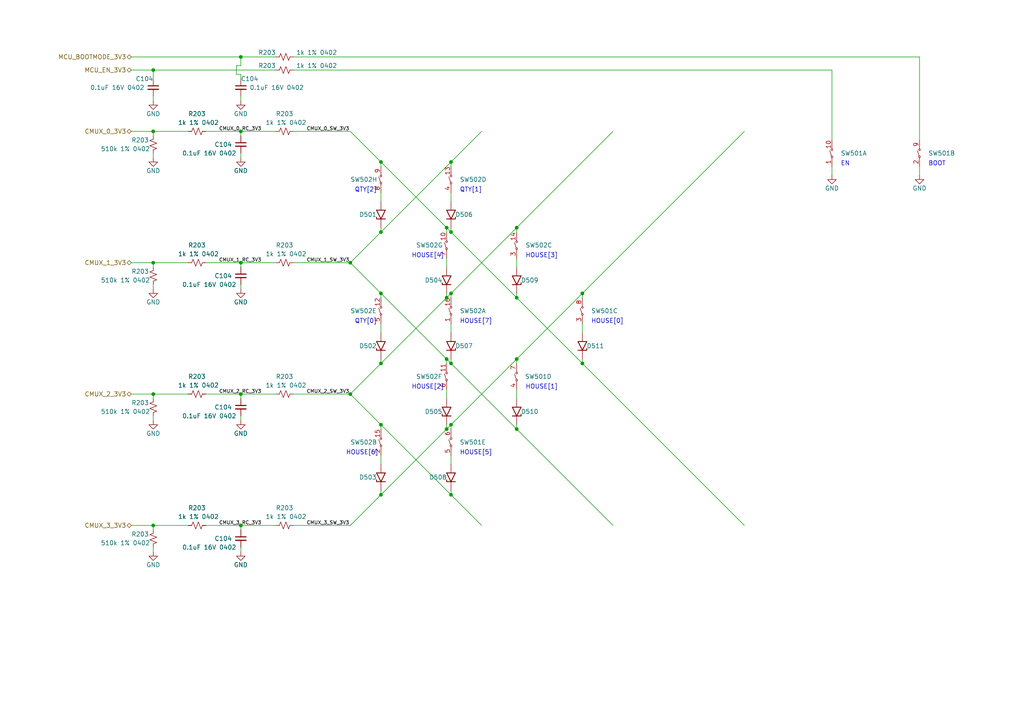
<source format=kicad_sch>
(kicad_sch (version 20230121) (generator eeschema)
  (paper "A4")
  (lib_symbols
    (symbol "Device:C_Small" (pin_numbers hide) (pin_names (offset 0.254) hide)
      (property "Reference" "C" (at 0.254 1.778 0))
      (property "Value" "C_Small" (at 0.254 -2.032 0))
      (symbol "C_Small_0_1"
        (polyline (pts (xy -1.524 -0.508) (xy 1.524 -0.508)) (stroke (width 0.3302)))
        (polyline (pts (xy -1.524 0.508) (xy 1.524 0.508)) (stroke (width 0.3048)))
      )
      (symbol "C_Small_1_1"
        (pin passive line (at 0 2.54 270) (length 2.032) (name "~") (number "1"))
        (pin passive line (at 0 -2.54 90) (length 2.032) (name "~") (number "2"))
      )
    )
    (symbol "Device:R_Small_US" (pin_numbers hide) (pin_names (offset 0.254) hide)
      (property "Reference" "R" (at 0.762 0.508 0))
      (property "Value" "R_Small_US" (at 0.762 -1.016 0))
      (symbol "R_Small_US_1_1"
        (polyline (pts (xy 0 0) (xy 1.016 -0.381) (xy 0 -0.762) (xy -1.016 -1.143) (xy 0 -1.524)))
        (polyline (pts (xy 0 1.524) (xy 1.016 1.143) (xy 0 0.762) (xy -1.016 0.381) (xy 0 0)))
        (pin passive line (at 0 2.54 270) (length 1.016) (name "~") (number "1"))
        (pin passive line (at 0 -2.54 90) (length 1.016) (name "~") (number "2"))
      )
    )
    (symbol "RK_Diodes:350mA 28V SOD-323" (pin_numbers hide) (pin_names (offset 1.016) hide)
      (property "Reference" "D" (at 0 2.54 0))
      (property "Value" "350mA 28V" (at 0 -2.54 0))
      (symbol "350mA 28V SOD-323_0_1"
        (polyline (pts (xy -0.762 1.27) (xy -1.27 1.27) (xy -1.27 -1.27)) (stroke (width 0.254)))
        (polyline (pts (xy 1.27 1.27) (xy 1.27 -1.27) (xy -1.27 0) (xy 1.27 1.27)) (stroke (width 0.254)))
      )
      (symbol "350mA 28V SOD-323_1_1"
        (pin passive line (at -3.81 0 0) (length 2.54) (name "A1") (number "1"))
        (pin passive line (at 3.81 0 180) (length 2.54) (name "A2") (number "2"))
      )
    )
    (symbol "RK_Switches:SW_DIP_x05_alt" (pin_names (offset 0) hide)
      (property "Reference" "SW" (at 0 3.556 0))
      (property "Value" "SW_DIP_x05_alt" (at 0 -3.556 0))
      (symbol "SW_DIP_x05_alt_0_0"
        (circle (center -1.016 0) (radius 0.254))
        (polyline (pts (xy -0.762 0.127) (xy 0.762 0.635)))
        (circle (center 1.016 0) (radius 0.254))
      )
      (symbol "SW_DIP_x05_alt_1_1"
        (pin passive line (at -3.81 0 0) (length 2.54) (name "~") (number "1"))
        (pin passive line (at 3.81 0 180) (length 2.54) (name "~") (number "10"))
      )
      (symbol "SW_DIP_x05_alt_2_1"
        (pin passive line (at -3.81 0 0) (length 2.54) (name "~") (number "2"))
        (pin passive line (at 3.81 0 180) (length 2.54) (name "~") (number "9"))
      )
      (symbol "SW_DIP_x05_alt_3_1"
        (pin passive line (at -3.81 0 0) (length 2.54) (name "~") (number "3"))
        (pin passive line (at 3.81 0 180) (length 2.54) (name "~") (number "8"))
      )
      (symbol "SW_DIP_x05_alt_4_1"
        (pin passive line (at -3.81 0 0) (length 2.54) (name "~") (number "4"))
        (pin passive line (at 3.81 0 180) (length 2.54) (name "~") (number "7"))
      )
      (symbol "SW_DIP_x05_alt_5_1"
        (pin passive line (at -3.81 0 0) (length 2.54) (name "~") (number "5"))
        (pin passive line (at 3.81 0 180) (length 2.54) (name "~") (number "6"))
      )
    )
    (symbol "RK_Switches:SW_DIP_x08_alt" (pin_names (offset 0) hide)
      (property "Reference" "SW" (at 0 2.54 0))
      (property "Value" "SW_DIP_x08" (at 0 -3.302 0))
      (symbol "SW_DIP_x08_alt_0_0"
        (circle (center -1.016 0) (radius 0.254))
        (polyline (pts (xy -0.762 0.127) (xy 0.762 0.635)))
        (circle (center 1.016 0) (radius 0.254))
      )
      (symbol "SW_DIP_x08_alt_1_1"
        (pin passive line (at -3.81 0 0) (length 2.54) (name "~") (number "1"))
        (pin passive line (at 3.81 0 180) (length 2.54) (name "~") (number "16"))
      )
      (symbol "SW_DIP_x08_alt_2_1"
        (pin passive line (at 3.81 0 180) (length 2.54) (name "~") (number "15"))
        (pin passive line (at -3.81 0 0) (length 2.54) (name "~") (number "2"))
      )
      (symbol "SW_DIP_x08_alt_3_1"
        (pin passive line (at 3.81 0 180) (length 2.54) (name "~") (number "14"))
        (pin passive line (at -3.81 0 0) (length 2.54) (name "~") (number "3"))
      )
      (symbol "SW_DIP_x08_alt_4_1"
        (pin passive line (at 3.81 0 180) (length 2.54) (name "~") (number "13"))
        (pin passive line (at -3.81 0 0) (length 2.54) (name "~") (number "4"))
      )
      (symbol "SW_DIP_x08_alt_5_1"
        (pin passive line (at 3.81 0 180) (length 2.54) (name "~") (number "12"))
        (pin passive line (at -3.81 0 0) (length 2.54) (name "~") (number "5"))
      )
      (symbol "SW_DIP_x08_alt_6_1"
        (pin passive line (at 3.81 0 180) (length 2.54) (name "~") (number "11"))
        (pin passive line (at -3.81 0 0) (length 2.54) (name "~") (number "6"))
      )
      (symbol "SW_DIP_x08_alt_7_1"
        (pin passive line (at 3.81 0 180) (length 2.54) (name "~") (number "10"))
        (pin passive line (at -3.81 0 0) (length 2.54) (name "~") (number "7"))
      )
      (symbol "SW_DIP_x08_alt_8_1"
        (pin passive line (at -3.81 0 0) (length 2.54) (name "~") (number "8"))
        (pin passive line (at 3.81 0 180) (length 2.54) (name "~") (number "9"))
      )
    )
    (symbol "power:GND" (power) (pin_names (offset 0))
      (property "Value" "GND" (at 0 -3.81 0))
      (symbol "GND_0_1"
        (polyline (pts (xy 0 0) (xy 0 -1.27) (xy 1.27 -1.27) (xy 0 -2.54) (xy -1.27 -1.27) (xy 0 -1.27)))
      )
      (symbol "GND_1_1"
        (pin power_in line (at 0 0 270) (length 0) hide (name "GND") (number "1"))
      )
    )
  )
  (junction (at 168.91 105.41))
  (junction (at 130.81 67.31))
  (junction (at 110.49 143.51))
  (junction (at 69.85 16.51))
  (junction (at 69.85 114.3))
  (junction (at 69.85 38.1))
  (junction (at 168.91 85.09))
  (junction (at 110.49 105.41))
  (junction (at 110.49 85.09))
  (junction (at 110.49 67.31))
  (junction (at 130.81 105.41))
  (junction (at 110.49 46.99))
  (junction (at 130.81 123.19))
  (junction (at 44.45 76.2))
  (junction (at 44.45 114.3))
  (junction (at 130.81 85.09))
  (junction (at 129.54 66.04))
  (junction (at 130.81 143.51))
  (junction (at 149.86 66.04))
  (junction (at 110.49 123.19))
  (junction (at 101.6 76.2))
  (junction (at 44.45 38.1))
  (junction (at 149.86 124.46))
  (junction (at 129.54 104.14))
  (junction (at 130.81 46.99))
  (junction (at 44.45 20.32))
  (junction (at 149.86 86.36))
  (junction (at 44.45 152.4))
  (junction (at 69.85 76.2))
  (junction (at 69.85 152.4))
  (junction (at 101.6 114.3))
  (junction (at 129.54 124.46))
  (junction (at 129.54 86.36))
  (junction (at 149.86 104.14))
  (wire (pts (xy 68.58 19.05) (xy 68.58 21.59)))
  (wire (pts (xy 130.81 85.09) (xy 149.86 66.04)))
  (wire (pts (xy 69.85 44.45) (xy 69.85 45.72)))
  (wire (pts (xy 85.09 38.1) (xy 101.6 38.1)))
  (wire (pts (xy 69.85 21.59) (xy 69.85 22.86)))
  (wire (pts (xy 69.85 120.65) (xy 69.85 121.92)))
  (wire (pts (xy 110.49 55.88) (xy 110.49 58.42)))
  (wire (pts (xy 101.6 76.2) (xy 110.49 85.09)))
  (wire (pts (xy 130.81 67.31) (xy 149.86 86.36)))
  (wire (pts (xy 69.85 27.94) (xy 69.85 29.21)))
  (wire (pts (xy 44.45 82.55) (xy 44.45 83.82)))
  (wire (pts (xy 130.81 142.24) (xy 130.81 143.51)))
  (wire (pts (xy 129.54 124.46) (xy 130.81 123.19)))
  (wire (pts (xy 110.49 105.41) (xy 129.54 86.36)))
  (wire (pts (xy 44.45 76.2) (xy 44.45 77.47)))
  (wire (pts (xy 69.85 82.55) (xy 69.85 83.82)))
  (wire (pts (xy 38.1 114.3) (xy 44.45 114.3)))
  (wire (pts (xy 38.1 16.51) (xy 69.85 16.51)))
  (wire (pts (xy 130.81 123.19) (xy 149.86 104.14)))
  (wire (pts (xy 130.81 46.99) (xy 130.81 48.26)))
  (wire (pts (xy 110.49 85.09) (xy 110.49 86.36)))
  (wire (pts (xy 59.69 152.4) (xy 69.85 152.4)))
  (wire (pts (xy 101.6 152.4) (xy 110.49 143.51)))
  (wire (pts (xy 110.49 123.19) (xy 130.81 143.51)))
  (wire (pts (xy 149.86 66.04) (xy 149.86 67.31)))
  (wire (pts (xy 68.58 21.59) (xy 69.85 21.59)))
  (wire (pts (xy 85.09 152.4) (xy 101.6 152.4)))
  (wire (pts (xy 38.1 76.2) (xy 44.45 76.2)))
  (wire (pts (xy 69.85 152.4) (xy 69.85 153.67)))
  (wire (pts (xy 44.45 38.1) (xy 44.45 39.37)))
  (wire (pts (xy 69.85 16.51) (xy 80.01 16.51)))
  (wire (pts (xy 110.49 123.19) (xy 110.49 124.46)))
  (wire (pts (xy 101.6 114.3) (xy 110.49 123.19)))
  (wire (pts (xy 130.81 85.09) (xy 130.81 86.36)))
  (wire (pts (xy 85.09 16.51) (xy 266.7 16.51)))
  (wire (pts (xy 85.09 76.2) (xy 101.6 76.2)))
  (wire (pts (xy 110.49 67.31) (xy 130.81 46.99)))
  (wire (pts (xy 168.91 105.41) (xy 215.9 152.4)))
  (wire (pts (xy 110.49 142.24) (xy 110.49 143.51)))
  (wire (pts (xy 44.45 20.32) (xy 80.01 20.32)))
  (wire (pts (xy 69.85 152.4) (xy 80.01 152.4)))
  (wire (pts (xy 44.45 158.75) (xy 44.45 160.02)))
  (wire (pts (xy 149.86 104.14) (xy 149.86 105.41)))
  (wire (pts (xy 130.81 105.41) (xy 149.86 124.46)))
  (wire (pts (xy 110.49 104.14) (xy 110.49 105.41)))
  (wire (pts (xy 130.81 66.04) (xy 130.81 67.31)))
  (wire (pts (xy 101.6 76.2) (xy 110.49 67.31)))
  (wire (pts (xy 44.45 27.94) (xy 44.45 29.21)))
  (wire (pts (xy 130.81 93.98) (xy 130.81 96.52)))
  (wire (pts (xy 101.6 114.3) (xy 110.49 105.41)))
  (wire (pts (xy 129.54 104.14) (xy 129.54 105.41)))
  (wire (pts (xy 129.54 74.93) (xy 129.54 77.47)))
  (wire (pts (xy 59.69 114.3) (xy 69.85 114.3)))
  (wire (pts (xy 110.49 143.51) (xy 129.54 124.46)))
  (wire (pts (xy 266.7 16.51) (xy 266.7 40.64)))
  (wire (pts (xy 110.49 66.04) (xy 110.49 67.31)))
  (wire (pts (xy 129.54 104.14) (xy 130.81 105.41)))
  (wire (pts (xy 110.49 132.08) (xy 110.49 134.62)))
  (wire (pts (xy 44.45 76.2) (xy 54.61 76.2)))
  (wire (pts (xy 149.86 86.36) (xy 168.91 105.41)))
  (wire (pts (xy 69.85 38.1) (xy 80.01 38.1)))
  (wire (pts (xy 130.81 132.08) (xy 130.81 134.62)))
  (wire (pts (xy 168.91 85.09) (xy 215.9 38.1)))
  (wire (pts (xy 130.81 55.88) (xy 130.81 58.42)))
  (wire (pts (xy 129.54 66.04) (xy 129.54 67.31)))
  (wire (pts (xy 44.45 152.4) (xy 44.45 153.67)))
  (wire (pts (xy 69.85 76.2) (xy 69.85 77.47)))
  (wire (pts (xy 110.49 46.99) (xy 129.54 66.04)))
  (wire (pts (xy 129.54 66.04) (xy 130.81 67.31)))
  (wire (pts (xy 168.91 104.14) (xy 168.91 105.41)))
  (wire (pts (xy 85.09 20.32) (xy 241.3 20.32)))
  (wire (pts (xy 129.54 113.03) (xy 129.54 115.57)))
  (wire (pts (xy 149.86 104.14) (xy 168.91 85.09)))
  (wire (pts (xy 110.49 93.98) (xy 110.49 96.52)))
  (wire (pts (xy 149.86 124.46) (xy 177.8 152.4)))
  (wire (pts (xy 69.85 114.3) (xy 69.85 115.57)))
  (wire (pts (xy 38.1 20.32) (xy 44.45 20.32)))
  (wire (pts (xy 130.81 46.99) (xy 139.7 38.1)))
  (wire (pts (xy 69.85 38.1) (xy 69.85 39.37)))
  (wire (pts (xy 44.45 114.3) (xy 44.45 115.57)))
  (wire (pts (xy 59.69 76.2) (xy 69.85 76.2)))
  (wire (pts (xy 69.85 76.2) (xy 80.01 76.2)))
  (wire (pts (xy 149.86 66.04) (xy 177.8 38.1)))
  (wire (pts (xy 44.45 152.4) (xy 54.61 152.4)))
  (wire (pts (xy 85.09 114.3) (xy 101.6 114.3)))
  (wire (pts (xy 130.81 104.14) (xy 130.81 105.41)))
  (wire (pts (xy 44.45 38.1) (xy 54.61 38.1)))
  (wire (pts (xy 130.81 143.51) (xy 139.7 152.4)))
  (wire (pts (xy 266.7 48.26) (xy 266.7 50.8)))
  (wire (pts (xy 110.49 46.99) (xy 110.49 48.26)))
  (wire (pts (xy 149.86 85.09) (xy 149.86 86.36)))
  (wire (pts (xy 168.91 85.09) (xy 168.91 86.36)))
  (wire (pts (xy 44.45 114.3) (xy 54.61 114.3)))
  (wire (pts (xy 129.54 123.19) (xy 129.54 124.46)))
  (wire (pts (xy 129.54 85.09) (xy 129.54 86.36)))
  (wire (pts (xy 38.1 38.1) (xy 44.45 38.1)))
  (wire (pts (xy 69.85 114.3) (xy 80.01 114.3)))
  (wire (pts (xy 59.69 38.1) (xy 69.85 38.1)))
  (wire (pts (xy 168.91 93.98) (xy 168.91 96.52)))
  (wire (pts (xy 149.86 74.93) (xy 149.86 77.47)))
  (wire (pts (xy 44.45 120.65) (xy 44.45 121.92)))
  (wire (pts (xy 68.58 19.05) (xy 69.85 19.05)))
  (wire (pts (xy 110.49 85.09) (xy 129.54 104.14)))
  (wire (pts (xy 69.85 16.51) (xy 69.85 19.05)))
  (wire (pts (xy 38.1 152.4) (xy 44.45 152.4)))
  (wire (pts (xy 69.85 158.75) (xy 69.85 160.02)))
  (wire (pts (xy 149.86 113.03) (xy 149.86 115.57)))
  (wire (pts (xy 129.54 86.36) (xy 130.81 85.09)))
  (wire (pts (xy 130.81 123.19) (xy 130.81 124.46)))
  (wire (pts (xy 149.86 123.19) (xy 149.86 124.46)))
  (wire (pts (xy 101.6 38.1) (xy 110.49 46.99)))
  (wire (pts (xy 241.3 20.32) (xy 241.3 40.64)))
  (wire (pts (xy 44.45 20.32) (xy 44.45 22.86)))
  (wire (pts (xy 44.45 44.45) (xy 44.45 45.72)))
  (wire (pts (xy 241.3 48.26) (xy 241.3 50.8)))
  (text "HOUSE[6]" (at 100.33 132.08 0) (effects (font (size 1.27 1.27)) (justify left bottom)))
  (text "HOUSE[2]" (at 119.38 113.03 0) (effects (font (size 1.27 1.27)) (justify left bottom)))
  (text "HOUSE[0]" (at 171.45 93.98 0) (effects (font (size 1.27 1.27)) (justify left bottom)))
  (text "QTY[0]" (at 102.87 93.98 0) (effects (font (size 1.27 1.27)) (justify left bottom)))
  (text "HOUSE[4]" (at 119.38 74.93 0) (effects (font (size 1.27 1.27)) (justify left bottom)))
  (text "HOUSE[7]" (at 133.35 93.98 0) (effects (font (size 1.27 1.27)) (justify left bottom)))
  (text "QTY[1]" (at 133.35 55.88 0) (effects (font (size 1.27 1.27)) (justify left bottom)))
  (text "EN" (at 243.84 48.26 0) (effects (font (size 1.27 1.27)) (justify left bottom)))
  (text "QTY[2]" (at 102.87 55.88 0) (effects (font (size 1.27 1.27)) (justify left bottom)))
  (text "HOUSE[3]" (at 152.4 74.93 0) (effects (font (size 1.27 1.27)) (justify left bottom)))
  (text "HOUSE[1]" (at 152.4 113.03 0) (effects (font (size 1.27 1.27)) (justify left bottom)))
  (text "HOUSE[5]" (at 133.35 132.08 0) (effects (font (size 1.27 1.27)) (justify left bottom)))
  (text "BOOT" (at 269.24 48.26 0) (effects (font (size 1.27 1.27)) (justify left bottom)))
  (label "CMUX_1_RC_3V3" (at 63.5 76.2 0) (effects (font (size 1 1))))
  (label "CMUX_1_SW_3V3" (at 88.9 76.2 0) (effects (font (size 1 1))))
  (label "CMUX_2_RC_3V3" (at 63.5 114.3 0) (effects (font (size 1 1))))
  (label "CMUX_3_RC_3V3" (at 63.5 152.4 0) (effects (font (size 1 1))))
  (label "CMUX_0_RC_3V3" (at 63.5 38.1 0) (effects (font (size 1 1))))
  (label "CMUX_0_SW_3V3" (at 88.9 38.1 0) (effects (font (size 1 1))))
  (label "CMUX_3_SW_3V3" (at 88.9 152.4 0) (effects (font (size 1 1))))
  (label "CMUX_2_SW_3V3" (at 88.9 114.3 0) (effects (font (size 1 1))))
  (hierarchical_label "MCU_BOOTMODE_3V3" (shape bidirectional) (at 38.1 16.51 180))
  (hierarchical_label "CMUX_0_3V3" (shape bidirectional) (at 38.1 38.1 180))
  (hierarchical_label "CMUX_2_3V3" (shape bidirectional) (at 38.1 114.3 180))
  (hierarchical_label "MCU_EN_3V3" (shape bidirectional) (at 38.1 20.32 180))
  (hierarchical_label "CMUX_3_3V3" (shape bidirectional) (at 38.1 152.4 180))
  (hierarchical_label "CMUX_1_3V3" (shape bidirectional) (at 38.1 76.2 180))
  (symbol (lib_id "power:GND") (at 44.45 45.72 0) (unit 1)
    (property "Reference" "#PWR0502" (effects hide))
    (property "Value" "GND" (at 44.45 49.53 0))
  )
  (symbol (lib_id "power:GND") (at 44.45 121.92 0) (unit 1)
    (property "Reference" "#PWR0504" (effects hide))
    (property "Value" "GND" (at 44.45 125.73 0))
  )
  (symbol (lib_id "Device:C_Small") (at 69.85 156.21 0) (mirror y) (unit 1)
    (property "Reference" "C104" (at 67.31 156.21 0) (effects (justify left)))
    (property "Value" "0.1uF 16V 0402" (at 68.58 158.75 0) (effects (justify left)))
    (property "Footprint" "Capacitor_SMD:C_0402_1005Metric" (effects hide))
    (property "JLC_Cost" "0.0009" (effects hide))
    (property "JLC_Manufacturer" "Samsung Electro-Mechanics" (effects hide))
    (property "JLC_PN" "C1525" (effects hide))
    (property "JLC_Type" "Basic" (effects hide))
    (property "JLC_MPN" "CL05B104KO5NNNC" (effects hide))
    (instances (project "Sleigh_Controller_Ornament_2023" (path "" (reference "C104") (unit 1)) (path "" (reference "C303") (unit 1)) (path "" (reference "C506") (unit 1))))
  )
  (symbol (lib_id "Device:R_Small_US") (at 82.55 20.32 270) (unit 1)
    (property "Reference" "R203" (at 80.01 19.05 90) (effects (justify right)))
    (property "Value" "1k 1% 0402" (at 97.79 19.05 90) (effects (justify right)))
    (property "Footprint" "Resistor_SMD:R_0402_1005Metric" (effects hide))
    (property "JLC_Cost" "0.0005" (effects hide))
    (property "JLC_Manufacturer" "UNI-ROYAL(Uniroyal Elec)" (effects hide))
    (property "JLC_PN" "C11702" (effects hide))
    (property "JLC_Type" "Basic" (effects hide))
    (property "JLC_MPN" "0402WGF1001TCE" (effects hide))
    (instances (project "Sleigh_Controller_Ornament_2023" (path "" (reference "R203") (unit 1)) (path "" (reference "R314") (unit 1)) (path "" (reference "R510") (unit 1))))
  )
  (symbol (lib_id "Device:R_Small_US") (at 57.15 152.4 270) (unit 1)
    (property "Reference" "R203" (at 59.69 147.32 90) (effects (justify right)))
    (property "Value" "1k 1% 0402" (at 63.5 149.86 90) (effects (justify right)))
    (property "Footprint" "Resistor_SMD:R_0402_1005Metric" (effects hide))
    (property "JLC_Cost" "0.0005" (effects hide))
    (property "JLC_Manufacturer" "UNI-ROYAL(Uniroyal Elec)" (effects hide))
    (property "JLC_PN" "C11702" (effects hide))
    (property "JLC_Type" "Basic" (effects hide))
    (property "JLC_MPN" "0402WGF1001TCE" (effects hide))
    (instances (project "Sleigh_Controller_Ornament_2023" (path "" (reference "R203") (unit 1)) (path "" (reference "R314") (unit 1)) (path "" (reference "R508") (unit 1))))
  )
  (symbol (lib_id "Device:C_Small") (at 69.85 25.4 0) (unit 1)
    (property "Reference" "C104" (at 69.85 22.86 0) (effects (justify left)))
    (property "Value" "0.1uF 16V 0402" (at 72.39 25.4 0) (effects (justify left)))
    (property "Footprint" "Capacitor_SMD:C_0402_1005Metric" (effects hide))
    (property "JLC_Cost" "0.0009" (effects hide))
    (property "JLC_Manufacturer" "Samsung Electro-Mechanics" (effects hide))
    (property "JLC_PN" "C1525" (effects hide))
    (property "JLC_Type" "Basic" (effects hide))
    (property "JLC_MPN" "CL05B104KO5NNNC" (effects hide))
    (instances (project "Sleigh_Controller_Ornament_2023" (path "" (reference "C104") (unit 1)) (path "" (reference "C303") (unit 1)) (path "" (reference "C502") (unit 1))))
  )
  (symbol (lib_id "RK_Diodes:350mA 28V SOD-323") (at 149.86 81.28 270) (mirror x) (unit 1)
    (property "Reference" "D509" (at 156.21 81.28 90) (effects (justify right)))
    (property "Value" "350mA 28V" (effects hide))
    (property "Footprint" "Diode_SMD:D_SOD-323" (effects hide))
    (property "Datasheet" "https://datasheet.lcsc.com/lcsc/2308281515_hongjiacheng-SD103AWS_C7420360.pdf" (effects hide))
    (property "JLC_Cost" "0.0065" (effects hide))
    (property "JLC_Manufacturer" "hongjiacheng" (effects hide))
    (property "JLC_PN" "C7420360" (effects hide))
    (property "JLC_Type" "Basic" (effects hide))
    (property "JLC_MPN" "SD103AWS" (effects hide))
  )
  (symbol (lib_id "Device:R_Small_US") (at 57.15 38.1 270) (unit 1)
    (property "Reference" "R203" (at 59.69 33.02 90) (effects (justify right)))
    (property "Value" "1k 1% 0402" (at 63.5 35.56 90) (effects (justify right)))
    (property "Footprint" "Resistor_SMD:R_0402_1005Metric" (effects hide))
    (property "JLC_Cost" "0.0005" (effects hide))
    (property "JLC_Manufacturer" "UNI-ROYAL(Uniroyal Elec)" (effects hide))
    (property "JLC_PN" "C11702" (effects hide))
    (property "JLC_Type" "Basic" (effects hide))
    (property "JLC_MPN" "0402WGF1001TCE" (effects hide))
    (instances (project "Sleigh_Controller_Ornament_2023" (path "" (reference "R203") (unit 1)) (path "" (reference "R314") (unit 1)) (path "" (reference "R505") (unit 1))))
  )
  (symbol (lib_id "RK_Switches:SW_DIP_x08_alt") (at 110.49 128.27 90) (unit 2)
    (property "Reference" "SW502" (at 101.6 128.27 90) (effects (justify right)))
    (property "Value" "SW_DIP_x08" (effects hide))
    (property "Footprint" "RK_Switches:SMXS-08K-TP" (effects hide))
    (property "Datasheet" "https://datasheet.lcsc.com/lcsc/2303301800_SM-Switch-SMXS-08K-TP_C5439767.pdf" (effects hide))
    (property "JLC_Cost" "0.6196" (effects hide))
    (property "JLC_Manufacturer" "SM Switch" (effects hide))
    (property "JLC_PN" "C5439767" (effects hide))
    (property "JLC_Type" "Extended" (effects hide))
    (property "JLC_MPN" "SMXS-08K-TP" (effects hide))
  )
  (symbol (lib_id "RK_Switches:SW_DIP_x05_alt") (at 266.7 44.45 90) (unit 2)
    (property "Reference" "SW501" (at 269.24 44.45 90) (effects (justify right)))
    (property "Value" "SW_DIP_x05_alt" (effects hide))
    (property "Footprint" "RK_Switches:EM-05KP" (effects hide))
    (property "Datasheet" "https://datasheet.lcsc.com/lcsc/2108131530_Korean-Hroparts-Elec-EM-05KP_C129081.pdf" (effects hide))
    (property "JLC_Cost" "0.5191" (effects hide))
    (property "JLC_Manufacturer" "Korean Hroparts Elec" (effects hide))
    (property "JLC_PN" "C129081" (effects hide))
    (property "JLC_Type" "Extended" (effects hide))
    (property "JLC_MPN" "EM-05KP" (effects hide))
  )
  (symbol (lib_id "RK_Switches:SW_DIP_x08_alt") (at 110.49 52.07 90) (unit 8)
    (property "Reference" "SW502" (at 101.6 52.07 90) (effects (justify right)))
    (property "Value" "SW_DIP_x08" (effects hide))
    (property "Footprint" "RK_Switches:SMXS-08K-TP" (effects hide))
    (property "Datasheet" "https://datasheet.lcsc.com/lcsc/2303301800_SM-Switch-SMXS-08K-TP_C5439767.pdf" (effects hide))
    (property "JLC_Cost" "0.6196" (effects hide))
    (property "JLC_Manufacturer" "SM Switch" (effects hide))
    (property "JLC_PN" "C5439767" (effects hide))
    (property "JLC_Type" "Extended" (effects hide))
    (property "JLC_MPN" "SMXS-08K-TP" (effects hide))
  )
  (symbol (lib_id "RK_Diodes:350mA 28V SOD-323") (at 130.81 100.33 270) (mirror x) (unit 1)
    (property "Reference" "D507" (at 137.16 100.33 90) (effects (justify right)))
    (property "Value" "350mA 28V" (effects hide))
    (property "Footprint" "Diode_SMD:D_SOD-323" (effects hide))
    (property "Datasheet" "https://datasheet.lcsc.com/lcsc/2308281515_hongjiacheng-SD103AWS_C7420360.pdf" (effects hide))
    (property "JLC_Cost" "0.0065" (effects hide))
    (property "JLC_Manufacturer" "hongjiacheng" (effects hide))
    (property "JLC_PN" "C7420360" (effects hide))
    (property "JLC_Type" "Basic" (effects hide))
    (property "JLC_MPN" "SD103AWS" (effects hide))
  )
  (symbol (lib_id "RK_Diodes:350mA 28V SOD-323") (at 149.86 119.38 270) (mirror x) (unit 1)
    (property "Reference" "D510" (at 156.21 119.38 90) (effects (justify right)))
    (property "Value" "350mA 28V" (effects hide))
    (property "Footprint" "Diode_SMD:D_SOD-323" (effects hide))
    (property "Datasheet" "https://datasheet.lcsc.com/lcsc/2308281515_hongjiacheng-SD103AWS_C7420360.pdf" (effects hide))
    (property "JLC_Cost" "0.0065" (effects hide))
    (property "JLC_Manufacturer" "hongjiacheng" (effects hide))
    (property "JLC_PN" "C7420360" (effects hide))
    (property "JLC_Type" "Basic" (effects hide))
    (property "JLC_MPN" "SD103AWS" (effects hide))
  )
  (symbol (lib_id "RK_Switches:SW_DIP_x08_alt") (at 110.49 90.17 90) (unit 5)
    (property "Reference" "SW502" (at 101.6 90.17 90) (effects (justify right)))
    (property "Value" "SW_DIP_x08" (effects hide))
    (property "Footprint" "RK_Switches:SMXS-08K-TP" (effects hide))
    (property "Datasheet" "https://datasheet.lcsc.com/lcsc/2303301800_SM-Switch-SMXS-08K-TP_C5439767.pdf" (effects hide))
    (property "JLC_Cost" "0.6196" (effects hide))
    (property "JLC_Manufacturer" "SM Switch" (effects hide))
    (property "JLC_PN" "C5439767" (effects hide))
    (property "JLC_Type" "Extended" (effects hide))
    (property "JLC_MPN" "SMXS-08K-TP" (effects hide))
  )
  (symbol (lib_id "RK_Switches:SW_DIP_x05_alt") (at 168.91 90.17 90) (unit 3)
    (property "Reference" "SW501" (at 171.45 90.17 90) (effects (justify right)))
    (property "Value" "SW_DIP_x05_alt" (effects hide))
    (property "Footprint" "RK_Switches:EM-05KP" (effects hide))
    (property "Datasheet" "https://datasheet.lcsc.com/lcsc/2108131530_Korean-Hroparts-Elec-EM-05KP_C129081.pdf" (effects hide))
    (property "JLC_Cost" "0.5191" (effects hide))
    (property "JLC_Manufacturer" "Korean Hroparts Elec" (effects hide))
    (property "JLC_PN" "C129081" (effects hide))
    (property "JLC_Type" "Extended" (effects hide))
    (property "JLC_MPN" "EM-05KP" (effects hide))
  )
  (symbol (lib_id "Device:R_Small_US") (at 44.45 156.21 0) (mirror y) (unit 1)
    (property "Reference" "R203" (at 38.1 154.94 0) (effects (justify right)))
    (property "Value" "510k 1% 0402" (at 29.21 157.48 0) (effects (justify right)))
    (property "Footprint" "Resistor_SMD:R_0402_1005Metric" (effects hide))
    (property "JLC_Cost" "0.0004" (effects hide))
    (property "JLC_Manufacturer" "UNI-ROYAL(Uniroyal Elec)" (effects hide))
    (property "JLC_PN" "C11616" (effects hide))
    (property "JLC_Type" "Basic" (effects hide))
    (property "JLC_MPN" "0402WGF5103TCE" (effects hide))
    (instances (project "Sleigh_Controller_Ornament_2023" (path "" (reference "R203") (unit 1)) (path "" (reference "R311") (unit 1)) (path "" (reference "R504") (unit 1))))
  )
  (symbol (lib_id "RK_Diodes:350mA 28V SOD-323") (at 110.49 100.33 90) (unit 1)
    (property "Reference" "D502" (at 104.14 100.33 90) (effects (justify right)))
    (property "Value" "350mA 28V" (effects hide))
    (property "Footprint" "Diode_SMD:D_SOD-323" (effects hide))
    (property "Datasheet" "https://datasheet.lcsc.com/lcsc/2308281515_hongjiacheng-SD103AWS_C7420360.pdf" (effects hide))
    (property "JLC_Cost" "0.0065" (effects hide))
    (property "JLC_Manufacturer" "hongjiacheng" (effects hide))
    (property "JLC_PN" "C7420360" (effects hide))
    (property "JLC_Type" "Basic" (effects hide))
    (property "JLC_MPN" "SD103AWS" (effects hide))
  )
  (symbol (lib_id "RK_Switches:SW_DIP_x08_alt") (at 129.54 71.12 90) (unit 7)
    (property "Reference" "SW502" (at 120.65 71.12 90) (effects (justify right)))
    (property "Value" "SW_DIP_x08" (effects hide))
    (property "Footprint" "RK_Switches:SMXS-08K-TP" (effects hide))
    (property "Datasheet" "https://datasheet.lcsc.com/lcsc/2303301800_SM-Switch-SMXS-08K-TP_C5439767.pdf" (effects hide))
    (property "JLC_Cost" "0.6196" (effects hide))
    (property "JLC_Manufacturer" "SM Switch" (effects hide))
    (property "JLC_PN" "C5439767" (effects hide))
    (property "JLC_Type" "Extended" (effects hide))
    (property "JLC_MPN" "SMXS-08K-TP" (effects hide))
  )
  (symbol (lib_id "power:GND") (at 69.85 160.02 0) (unit 1)
    (property "Reference" "#PWR0510" (effects hide))
    (property "Value" "GND" (at 69.85 163.83 0))
  )
  (symbol (lib_id "Device:C_Small") (at 69.85 41.91 0) (mirror y) (unit 1)
    (property "Reference" "C104" (at 67.31 41.91 0) (effects (justify left)))
    (property "Value" "0.1uF 16V 0402" (at 68.58 44.45 0) (effects (justify left)))
    (property "Footprint" "Capacitor_SMD:C_0402_1005Metric" (effects hide))
    (property "JLC_Cost" "0.0009" (effects hide))
    (property "JLC_Manufacturer" "Samsung Electro-Mechanics" (effects hide))
    (property "JLC_PN" "C1525" (effects hide))
    (property "JLC_Type" "Basic" (effects hide))
    (property "JLC_MPN" "CL05B104KO5NNNC" (effects hide))
    (instances (project "Sleigh_Controller_Ornament_2023" (path "" (reference "C104") (unit 1)) (path "" (reference "C303") (unit 1)) (path "" (reference "C503") (unit 1))))
  )
  (symbol (lib_id "RK_Diodes:350mA 28V SOD-323") (at 130.81 138.43 90) (unit 1)
    (property "Reference" "D508" (at 124.46 138.43 90) (effects (justify right)))
    (property "Value" "350mA 28V" (effects hide))
    (property "Footprint" "Diode_SMD:D_SOD-323" (effects hide))
    (property "Datasheet" "https://datasheet.lcsc.com/lcsc/2308281515_hongjiacheng-SD103AWS_C7420360.pdf" (effects hide))
    (property "JLC_Cost" "0.0065" (effects hide))
    (property "JLC_Manufacturer" "hongjiacheng" (effects hide))
    (property "JLC_PN" "C7420360" (effects hide))
    (property "JLC_Type" "Basic" (effects hide))
    (property "JLC_MPN" "SD103AWS" (effects hide))
  )
  (symbol (lib_id "power:GND") (at 44.45 83.82 0) (unit 1)
    (property "Reference" "#PWR0503" (effects hide))
    (property "Value" "GND" (at 44.45 87.63 0))
  )
  (symbol (lib_id "Device:C_Small") (at 44.45 25.4 0) (mirror y) (unit 1)
    (property "Reference" "C104" (at 44.45 22.86 0) (effects (justify left)))
    (property "Value" "0.1uF 16V 0402" (at 41.91 25.4 0) (effects (justify left)))
    (property "Footprint" "Capacitor_SMD:C_0402_1005Metric" (effects hide))
    (property "JLC_Cost" "0.0009" (effects hide))
    (property "JLC_Manufacturer" "Samsung Electro-Mechanics" (effects hide))
    (property "JLC_PN" "C1525" (effects hide))
    (property "JLC_Type" "Basic" (effects hide))
    (property "JLC_MPN" "CL05B104KO5NNNC" (effects hide))
    (instances (project "Sleigh_Controller_Ornament_2023" (path "" (reference "C104") (unit 1)) (path "" (reference "C303") (unit 1)) (path "" (reference "C501") (unit 1))))
  )
  (symbol (lib_id "Device:C_Small") (at 69.85 80.01 0) (mirror y) (unit 1)
    (property "Reference" "C104" (at 67.31 80.01 0) (effects (justify left)))
    (property "Value" "0.1uF 16V 0402" (at 68.58 82.55 0) (effects (justify left)))
    (property "Footprint" "Capacitor_SMD:C_0402_1005Metric" (effects hide))
    (property "JLC_Cost" "0.0009" (effects hide))
    (property "JLC_Manufacturer" "Samsung Electro-Mechanics" (effects hide))
    (property "JLC_PN" "C1525" (effects hide))
    (property "JLC_Type" "Basic" (effects hide))
    (property "JLC_MPN" "CL05B104KO5NNNC" (effects hide))
    (instances (project "Sleigh_Controller_Ornament_2023" (path "" (reference "C104") (unit 1)) (path "" (reference "C303") (unit 1)) (path "" (reference "C504") (unit 1))))
  )
  (symbol (lib_id "Device:R_Small_US") (at 57.15 76.2 270) (unit 1)
    (property "Reference" "R203" (at 59.69 71.12 90) (effects (justify right)))
    (property "Value" "1k 1% 0402" (at 63.5 73.66 90) (effects (justify right)))
    (property "Footprint" "Resistor_SMD:R_0402_1005Metric" (effects hide))
    (property "JLC_Cost" "0.0005" (effects hide))
    (property "JLC_Manufacturer" "UNI-ROYAL(Uniroyal Elec)" (effects hide))
    (property "JLC_PN" "C11702" (effects hide))
    (property "JLC_Type" "Basic" (effects hide))
    (property "JLC_MPN" "0402WGF1001TCE" (effects hide))
    (instances (project "Sleigh_Controller_Ornament_2023" (path "" (reference "R203") (unit 1)) (path "" (reference "R314") (unit 1)) (path "" (reference "R506") (unit 1))))
  )
  (symbol (lib_id "RK_Diodes:350mA 28V SOD-323") (at 129.54 119.38 90) (unit 1)
    (property "Reference" "D505" (at 123.19 119.38 90) (effects (justify right)))
    (property "Value" "350mA 28V" (effects hide))
    (property "Footprint" "Diode_SMD:D_SOD-323" (effects hide))
    (property "Datasheet" "https://datasheet.lcsc.com/lcsc/2308281515_hongjiacheng-SD103AWS_C7420360.pdf" (effects hide))
    (property "JLC_Cost" "0.0065" (effects hide))
    (property "JLC_Manufacturer" "hongjiacheng" (effects hide))
    (property "JLC_PN" "C7420360" (effects hide))
    (property "JLC_Type" "Basic" (effects hide))
    (property "JLC_MPN" "SD103AWS" (effects hide))
  )
  (symbol (lib_id "Device:R_Small_US") (at 44.45 41.91 0) (mirror y) (unit 1)
    (property "Reference" "R203" (at 38.1 40.64 0) (effects (justify right)))
    (property "Value" "510k 1% 0402" (at 29.21 43.18 0) (effects (justify right)))
    (property "Footprint" "Resistor_SMD:R_0402_1005Metric" (effects hide))
    (property "JLC_Cost" "0.0004" (effects hide))
    (property "JLC_Manufacturer" "UNI-ROYAL(Uniroyal Elec)" (effects hide))
    (property "JLC_PN" "C11616" (effects hide))
    (property "JLC_Type" "Basic" (effects hide))
    (property "JLC_MPN" "0402WGF5103TCE" (effects hide))
    (instances (project "Sleigh_Controller_Ornament_2023" (path "" (reference "R203") (unit 1)) (path "" (reference "R311") (unit 1)) (path "" (reference "R501") (unit 1))))
  )
  (symbol (lib_id "power:GND") (at 69.85 83.82 0) (unit 1)
    (property "Reference" "#PWR0508" (effects hide))
    (property "Value" "GND" (at 69.85 87.63 0))
  )
  (symbol (lib_id "power:GND") (at 241.3 50.8 0) (unit 1)
    (property "Reference" "#PWR0511" (effects hide))
    (property "Value" "GND" (at 241.3 54.61 0))
  )
  (symbol (lib_id "RK_Diodes:350mA 28V SOD-323") (at 130.81 62.23 270) (mirror x) (unit 1)
    (property "Reference" "D506" (at 137.16 62.23 90) (effects (justify right)))
    (property "Value" "350mA 28V" (effects hide))
    (property "Footprint" "Diode_SMD:D_SOD-323" (effects hide))
    (property "Datasheet" "https://datasheet.lcsc.com/lcsc/2308281515_hongjiacheng-SD103AWS_C7420360.pdf" (effects hide))
    (property "JLC_Cost" "0.0065" (effects hide))
    (property "JLC_Manufacturer" "hongjiacheng" (effects hide))
    (property "JLC_PN" "C7420360" (effects hide))
    (property "JLC_Type" "Basic" (effects hide))
    (property "JLC_MPN" "SD103AWS" (effects hide))
  )
  (symbol (lib_id "Device:R_Small_US") (at 82.55 114.3 270) (unit 1)
    (property "Reference" "R203" (at 85.09 109.22 90) (effects (justify right)))
    (property "Value" "1k 1% 0402" (at 88.9 111.76 90) (effects (justify right)))
    (property "Footprint" "Resistor_SMD:R_0402_1005Metric" (effects hide))
    (property "JLC_Cost" "0.0005" (effects hide))
    (property "JLC_Manufacturer" "UNI-ROYAL(Uniroyal Elec)" (effects hide))
    (property "JLC_PN" "C11702" (effects hide))
    (property "JLC_Type" "Basic" (effects hide))
    (property "JLC_MPN" "0402WGF1001TCE" (effects hide))
    (instances (project "Sleigh_Controller_Ornament_2023" (path "" (reference "R203") (unit 1)) (path "" (reference "R314") (unit 1)) (path "" (reference "R513") (unit 1))))
  )
  (symbol (lib_id "power:GND") (at 69.85 121.92 0) (unit 1)
    (property "Reference" "#PWR0509" (effects hide))
    (property "Value" "GND" (at 69.85 125.73 0))
  )
  (symbol (lib_id "RK_Switches:SW_DIP_x05_alt") (at 130.81 128.27 90) (unit 5)
    (property "Reference" "SW501" (at 140.97 128.27 90) (effects (justify left)))
    (property "Value" "SW_DIP_x05_alt" (effects hide))
    (property "Footprint" "RK_Switches:EM-05KP" (effects hide))
    (property "Datasheet" "https://datasheet.lcsc.com/lcsc/2108131530_Korean-Hroparts-Elec-EM-05KP_C129081.pdf" (effects hide))
    (property "JLC_Cost" "0.5191" (effects hide))
    (property "JLC_Manufacturer" "Korean Hroparts Elec" (effects hide))
    (property "JLC_PN" "C129081" (effects hide))
    (property "JLC_Type" "Extended" (effects hide))
    (property "JLC_MPN" "EM-05KP" (effects hide))
  )
  (symbol (lib_id "Device:C_Small") (at 69.85 118.11 0) (mirror y) (unit 1)
    (property "Reference" "C104" (at 67.31 118.11 0) (effects (justify left)))
    (property "Value" "0.1uF 16V 0402" (at 68.58 120.65 0) (effects (justify left)))
    (property "Footprint" "Capacitor_SMD:C_0402_1005Metric" (effects hide))
    (property "JLC_Cost" "0.0009" (effects hide))
    (property "JLC_Manufacturer" "Samsung Electro-Mechanics" (effects hide))
    (property "JLC_PN" "C1525" (effects hide))
    (property "JLC_Type" "Basic" (effects hide))
    (property "JLC_MPN" "CL05B104KO5NNNC" (effects hide))
    (instances (project "Sleigh_Controller_Ornament_2023" (path "" (reference "C104") (unit 1)) (path "" (reference "C303") (unit 1)) (path "" (reference "C505") (unit 1))))
  )
  (symbol (lib_id "Device:R_Small_US") (at 44.45 80.01 0) (mirror y) (unit 1)
    (property "Reference" "R203" (at 38.1 78.74 0) (effects (justify right)))
    (property "Value" "510k 1% 0402" (at 29.21 81.28 0) (effects (justify right)))
    (property "Footprint" "Resistor_SMD:R_0402_1005Metric" (effects hide))
    (property "JLC_Cost" "0.0004" (effects hide))
    (property "JLC_Manufacturer" "UNI-ROYAL(Uniroyal Elec)" (effects hide))
    (property "JLC_PN" "C11616" (effects hide))
    (property "JLC_Type" "Basic" (effects hide))
    (property "JLC_MPN" "0402WGF5103TCE" (effects hide))
    (instances (project "Sleigh_Controller_Ornament_2023" (path "" (reference "R203") (unit 1)) (path "" (reference "R311") (unit 1)) (path "" (reference "R502") (unit 1))))
  )
  (symbol (lib_id "RK_Switches:SW_DIP_x08_alt") (at 149.86 71.12 90) (unit 3)
    (property "Reference" "SW502" (at 152.4 71.12 90) (effects (justify right)))
    (property "Value" "SW_DIP_x08" (effects hide))
    (property "Footprint" "RK_Switches:SMXS-08K-TP" (effects hide))
    (property "Datasheet" "https://datasheet.lcsc.com/lcsc/2303301800_SM-Switch-SMXS-08K-TP_C5439767.pdf" (effects hide))
    (property "JLC_Cost" "0.6196" (effects hide))
    (property "JLC_Manufacturer" "SM Switch" (effects hide))
    (property "JLC_PN" "C5439767" (effects hide))
    (property "JLC_Type" "Extended" (effects hide))
    (property "JLC_MPN" "SMXS-08K-TP" (effects hide))
  )
  (symbol (lib_id "Device:R_Small_US") (at 57.15 114.3 270) (unit 1)
    (property "Reference" "R203" (at 59.69 109.22 90) (effects (justify right)))
    (property "Value" "1k 1% 0402" (at 63.5 111.76 90) (effects (justify right)))
    (property "Footprint" "Resistor_SMD:R_0402_1005Metric" (effects hide))
    (property "JLC_Cost" "0.0005" (effects hide))
    (property "JLC_Manufacturer" "UNI-ROYAL(Uniroyal Elec)" (effects hide))
    (property "JLC_PN" "C11702" (effects hide))
    (property "JLC_Type" "Basic" (effects hide))
    (property "JLC_MPN" "0402WGF1001TCE" (effects hide))
    (instances (project "Sleigh_Controller_Ornament_2023" (path "" (reference "R203") (unit 1)) (path "" (reference "R314") (unit 1)) (path "" (reference "R507") (unit 1))))
  )
  (symbol (lib_id "RK_Switches:SW_DIP_x08_alt") (at 130.81 52.07 90) (unit 4)
    (property "Reference" "SW502" (at 133.35 52.07 90) (effects (justify right)))
    (property "Value" "SW_DIP_x08" (effects hide))
    (property "Footprint" "RK_Switches:SMXS-08K-TP" (effects hide))
    (property "Datasheet" "https://datasheet.lcsc.com/lcsc/2303301800_SM-Switch-SMXS-08K-TP_C5439767.pdf" (effects hide))
    (property "JLC_Cost" "0.6196" (effects hide))
    (property "JLC_Manufacturer" "SM Switch" (effects hide))
    (property "JLC_PN" "C5439767" (effects hide))
    (property "JLC_Type" "Extended" (effects hide))
    (property "JLC_MPN" "SMXS-08K-TP" (effects hide))
  )
  (symbol (lib_id "power:GND") (at 44.45 29.21 0) (unit 1)
    (property "Reference" "#PWR0501" (effects hide))
    (property "Value" "GND" (at 44.45 33.02 0))
  )
  (symbol (lib_id "RK_Switches:SW_DIP_x08_alt") (at 130.81 90.17 90) (unit 1)
    (property "Reference" "SW502" (at 133.35 90.17 90) (effects (justify right)))
    (property "Value" "SW_DIP_x08" (effects hide))
    (property "Footprint" "RK_Switches:SMXS-08K-TP" (effects hide))
    (property "Datasheet" "https://datasheet.lcsc.com/lcsc/2303301800_SM-Switch-SMXS-08K-TP_C5439767.pdf" (effects hide))
    (property "JLC_Cost" "0.6196" (effects hide))
    (property "JLC_Manufacturer" "SM Switch" (effects hide))
    (property "JLC_PN" "C5439767" (effects hide))
    (property "JLC_Type" "Extended" (effects hide))
    (property "JLC_MPN" "SMXS-08K-TP" (effects hide))
  )
  (symbol (lib_id "RK_Switches:SW_DIP_x05_alt") (at 149.86 109.22 90) (unit 4)
    (property "Reference" "SW501" (at 160.02 109.22 90) (effects (justify left)))
    (property "Value" "SW_DIP_x05_alt" (effects hide))
    (property "Footprint" "RK_Switches:EM-05KP" (effects hide))
    (property "Datasheet" "https://datasheet.lcsc.com/lcsc/2108131530_Korean-Hroparts-Elec-EM-05KP_C129081.pdf" (effects hide))
    (property "JLC_Cost" "0.5191" (effects hide))
    (property "JLC_Manufacturer" "Korean Hroparts Elec" (effects hide))
    (property "JLC_PN" "C129081" (effects hide))
    (property "JLC_Type" "Extended" (effects hide))
    (property "JLC_MPN" "EM-05KP" (effects hide))
  )
  (symbol (lib_id "power:GND") (at 69.85 29.21 0) (unit 1)
    (property "Reference" "#PWR0506" (effects hide))
    (property "Value" "GND" (at 69.85 33.02 0))
  )
  (symbol (lib_id "RK_Diodes:350mA 28V SOD-323") (at 110.49 138.43 90) (unit 1)
    (property "Reference" "D503" (at 104.14 138.43 90) (effects (justify right)))
    (property "Value" "350mA 28V" (effects hide))
    (property "Footprint" "Diode_SMD:D_SOD-323" (effects hide))
    (property "Datasheet" "https://datasheet.lcsc.com/lcsc/2308281515_hongjiacheng-SD103AWS_C7420360.pdf" (effects hide))
    (property "JLC_Cost" "0.0065" (effects hide))
    (property "JLC_Manufacturer" "hongjiacheng" (effects hide))
    (property "JLC_PN" "C7420360" (effects hide))
    (property "JLC_Type" "Basic" (effects hide))
    (property "JLC_MPN" "SD103AWS" (effects hide))
  )
  (symbol (lib_id "power:GND") (at 69.85 45.72 0) (unit 1)
    (property "Reference" "#PWR0507" (effects hide))
    (property "Value" "GND" (at 69.85 49.53 0))
  )
  (symbol (lib_id "RK_Switches:SW_DIP_x08_alt") (at 129.54 109.22 90) (unit 6)
    (property "Reference" "SW502" (at 120.65 109.22 90) (effects (justify right)))
    (property "Value" "SW_DIP_x08" (effects hide))
    (property "Footprint" "RK_Switches:SMXS-08K-TP" (effects hide))
    (property "Datasheet" "https://datasheet.lcsc.com/lcsc/2303301800_SM-Switch-SMXS-08K-TP_C5439767.pdf" (effects hide))
    (property "JLC_Cost" "0.6196" (effects hide))
    (property "JLC_Manufacturer" "SM Switch" (effects hide))
    (property "JLC_PN" "C5439767" (effects hide))
    (property "JLC_Type" "Extended" (effects hide))
    (property "JLC_MPN" "SMXS-08K-TP" (effects hide))
  )
  (symbol (lib_id "RK_Switches:SW_DIP_x05_alt") (at 241.3 44.45 90) (unit 1)
    (property "Reference" "SW501" (at 243.84 44.45 90) (effects (justify right)))
    (property "Value" "SW_DIP_x05_alt" (effects hide))
    (property "Footprint" "RK_Switches:EM-05KP" (effects hide))
    (property "Datasheet" "https://datasheet.lcsc.com/lcsc/2108131530_Korean-Hroparts-Elec-EM-05KP_C129081.pdf" (effects hide))
    (property "JLC_Cost" "0.5191" (effects hide))
    (property "JLC_Manufacturer" "Korean Hroparts Elec" (effects hide))
    (property "JLC_PN" "C129081" (effects hide))
    (property "JLC_Type" "Extended" (effects hide))
    (property "JLC_MPN" "EM-05KP" (effects hide))
  )
  (symbol (lib_id "Device:R_Small_US") (at 44.45 118.11 0) (mirror y) (unit 1)
    (property "Reference" "R203" (at 38.1 116.84 0) (effects (justify right)))
    (property "Value" "510k 1% 0402" (at 29.21 119.38 0) (effects (justify right)))
    (property "Footprint" "Resistor_SMD:R_0402_1005Metric" (effects hide))
    (property "JLC_Cost" "0.0004" (effects hide))
    (property "JLC_Manufacturer" "UNI-ROYAL(Uniroyal Elec)" (effects hide))
    (property "JLC_PN" "C11616" (effects hide))
    (property "JLC_Type" "Basic" (effects hide))
    (property "JLC_MPN" "0402WGF5103TCE" (effects hide))
    (instances (project "Sleigh_Controller_Ornament_2023" (path "" (reference "R203") (unit 1)) (path "" (reference "R311") (unit 1)) (path "" (reference "R503") (unit 1))))
  )
  (symbol (lib_id "Device:R_Small_US") (at 82.55 76.2 270) (unit 1)
    (property "Reference" "R203" (at 85.09 71.12 90) (effects (justify right)))
    (property "Value" "1k 1% 0402" (at 88.9 73.66 90) (effects (justify right)))
    (property "Footprint" "Resistor_SMD:R_0402_1005Metric" (effects hide))
    (property "JLC_Cost" "0.0005" (effects hide))
    (property "JLC_Manufacturer" "UNI-ROYAL(Uniroyal Elec)" (effects hide))
    (property "JLC_PN" "C11702" (effects hide))
    (property "JLC_Type" "Basic" (effects hide))
    (property "JLC_MPN" "0402WGF1001TCE" (effects hide))
    (instances (project "Sleigh_Controller_Ornament_2023" (path "" (reference "R203") (unit 1)) (path "" (reference "R314") (unit 1)) (path "" (reference "R512") (unit 1))))
  )
  (symbol (lib_id "power:GND") (at 266.7 50.8 0) (unit 1)
    (property "Reference" "#PWR0512" (effects hide))
    (property "Value" "GND" (at 266.7 54.61 0))
  )
  (symbol (lib_id "Device:R_Small_US") (at 82.55 152.4 270) (unit 1)
    (property "Reference" "R203" (at 85.09 147.32 90) (effects (justify right)))
    (property "Value" "1k 1% 0402" (at 88.9 149.86 90) (effects (justify right)))
    (property "Footprint" "Resistor_SMD:R_0402_1005Metric" (effects hide))
    (property "JLC_Cost" "0.0005" (effects hide))
    (property "JLC_Manufacturer" "UNI-ROYAL(Uniroyal Elec)" (effects hide))
    (property "JLC_PN" "C11702" (effects hide))
    (property "JLC_Type" "Basic" (effects hide))
    (property "JLC_MPN" "0402WGF1001TCE" (effects hide))
    (instances (project "Sleigh_Controller_Ornament_2023" (path "" (reference "R203") (unit 1)) (path "" (reference "R314") (unit 1)) (path "" (reference "R514") (unit 1))))
  )
  (symbol (lib_id "RK_Diodes:350mA 28V SOD-323") (at 110.49 62.23 90) (unit 1)
    (property "Reference" "D501" (at 104.14 62.23 90) (effects (justify right)))
    (property "Value" "350mA 28V" (effects hide))
    (property "Footprint" "Diode_SMD:D_SOD-323" (effects hide))
    (property "Datasheet" "https://datasheet.lcsc.com/lcsc/2308281515_hongjiacheng-SD103AWS_C7420360.pdf" (effects hide))
    (property "JLC_Cost" "0.0065" (effects hide))
    (property "JLC_Manufacturer" "hongjiacheng" (effects hide))
    (property "JLC_PN" "C7420360" (effects hide))
    (property "JLC_Type" "Basic" (effects hide))
    (property "JLC_MPN" "SD103AWS" (effects hide))
  )
  (symbol (lib_id "RK_Diodes:350mA 28V SOD-323") (at 129.54 81.28 90) (unit 1)
    (property "Reference" "D504" (at 123.19 81.28 90) (effects (justify right)))
    (property "Value" "350mA 28V" (effects hide))
    (property "Footprint" "Diode_SMD:D_SOD-323" (effects hide))
    (property "Datasheet" "https://datasheet.lcsc.com/lcsc/2308281515_hongjiacheng-SD103AWS_C7420360.pdf" (effects hide))
    (property "JLC_Cost" "0.0065" (effects hide))
    (property "JLC_Manufacturer" "hongjiacheng" (effects hide))
    (property "JLC_PN" "C7420360" (effects hide))
    (property "JLC_Type" "Basic" (effects hide))
    (property "JLC_MPN" "SD103AWS" (effects hide))
  )
  (symbol (lib_id "Device:R_Small_US") (at 82.55 16.51 270) (unit 1)
    (property "Reference" "R203" (at 80.01 15.24 90) (effects (justify right)))
    (property "Value" "1k 1% 0402" (at 97.79 15.24 90) (effects (justify right)))
    (property "Footprint" "Resistor_SMD:R_0402_1005Metric" (effects hide))
    (property "JLC_Cost" "0.0005" (effects hide))
    (property "JLC_Manufacturer" "UNI-ROYAL(Uniroyal Elec)" (effects hide))
    (property "JLC_PN" "C11702" (effects hide))
    (property "JLC_Type" "Basic" (effects hide))
    (property "JLC_MPN" "0402WGF1001TCE" (effects hide))
    (instances (project "Sleigh_Controller_Ornament_2023" (path "" (reference "R203") (unit 1)) (path "" (reference "R314") (unit 1)) (path "" (reference "R509") (unit 1))))
  )
  (symbol (lib_id "RK_Diodes:350mA 28V SOD-323") (at 168.91 100.33 270) (mirror x) (unit 1)
    (property "Reference" "D511" (at 175.26 100.33 90) (effects (justify right)))
    (property "Value" "350mA 28V" (effects hide))
    (property "Footprint" "Diode_SMD:D_SOD-323" (effects hide))
    (property "Datasheet" "https://datasheet.lcsc.com/lcsc/2308281515_hongjiacheng-SD103AWS_C7420360.pdf" (effects hide))
    (property "JLC_Cost" "0.0065" (effects hide))
    (property "JLC_Manufacturer" "hongjiacheng" (effects hide))
    (property "JLC_PN" "C7420360" (effects hide))
    (property "JLC_Type" "Basic" (effects hide))
    (property "JLC_MPN" "SD103AWS" (effects hide))
  )
  (symbol (lib_id "power:GND") (at 44.45 160.02 0) (unit 1)
    (property "Reference" "#PWR0505" (effects hide))
    (property "Value" "GND" (at 44.45 163.83 0))
  )
  (symbol (lib_id "Device:R_Small_US") (at 82.55 38.1 270) (unit 1)
    (property "Reference" "R203" (at 85.09 33.02 90) (effects (justify right)))
    (property "Value" "1k 1% 0402" (at 88.9 35.56 90) (effects (justify right)))
    (property "Footprint" "Resistor_SMD:R_0402_1005Metric" (effects hide))
    (property "JLC_Cost" "0.0005" (effects hide))
    (property "JLC_Manufacturer" "UNI-ROYAL(Uniroyal Elec)" (effects hide))
    (property "JLC_PN" "C11702" (effects hide))
    (property "JLC_Type" "Basic" (effects hide))
    (property "JLC_MPN" "0402WGF1001TCE" (effects hide))
    (instances (project "Sleigh_Controller_Ornament_2023" (path "" (reference "R203") (unit 1)) (path "" (reference "R314") (unit 1)) (path "" (reference "R511") (unit 1))))
  )
)
</source>
